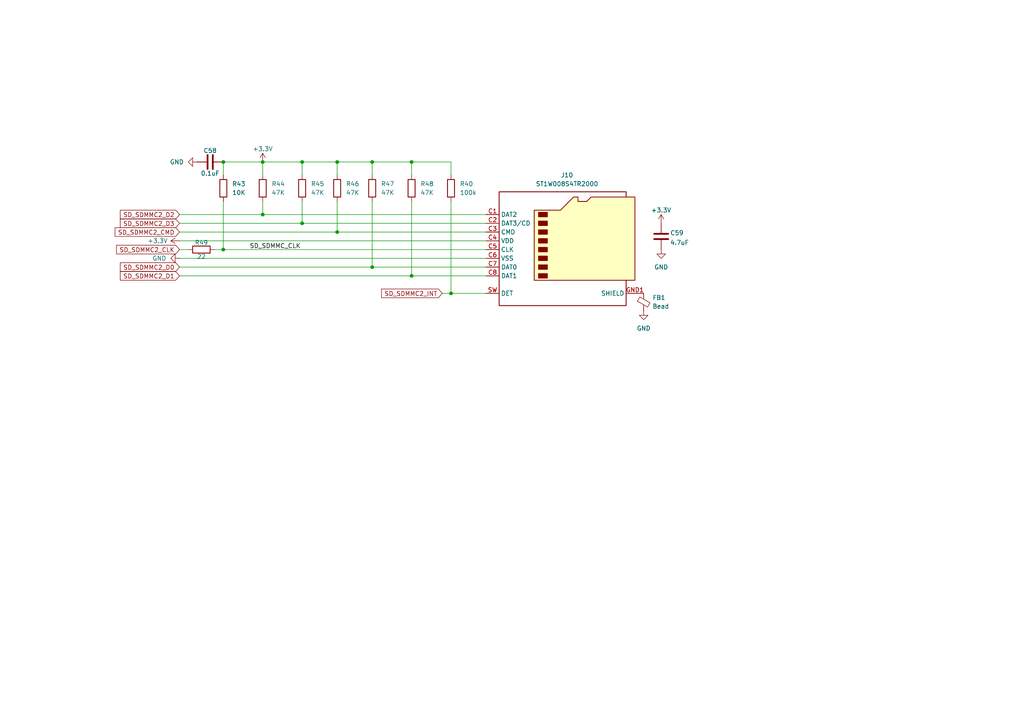
<source format=kicad_sch>
(kicad_sch (version 20250114) (generator "eeschema") (generator_version "9.0")
  (paper "A4")
  (lib_symbols
    (symbol "Device:C" (pin_numbers (hide yes)) (pin_names (offset 0.254))
      (property "Reference" "C" (at 0.635 2.54 0))
      (property "Value" "C" (at 0.635 -2.54 0))
      (symbol "C_0_1"
        (polyline (pts (xy -2.032 0.762) (xy 2.032 0.762)) (stroke (width 0.508)))
        (polyline (pts (xy -2.032 -0.762) (xy 2.032 -0.762)) (stroke (width 0.508)))
      )
      (symbol "C_1_1"
        (pin passive line (at 0 3.81 270) (length 2.794) (name "~") (number "1"))
        (pin passive line (at 0 -3.81 90) (length 2.794) (name "~") (number "2"))
      )
    )
    (symbol "Device:FerriteBead_Small" (pin_numbers (hide yes)) (pin_names (offset 0))
      (property "Reference" "FB" (at 1.905 1.27 0))
      (property "Value" "FerriteBead_Small" (at 1.905 -1.27 0))
      (symbol "FerriteBead_Small_0_1"
        (polyline (pts (xy -1.8288 0.2794) (xy -1.1176 1.4986) (xy 1.8288 -0.2032) (xy 1.1176 -1.4224) (xy -1.8288 0.2794)))
        (polyline (pts (xy 0 0.889) (xy 0 1.2954)))
        (polyline (pts (xy 0 -1.27) (xy 0 -0.7874)))
      )
      (symbol "FerriteBead_Small_1_1"
        (pin passive line (at 0 2.54 270) (length 1.27) (name "~") (number "1"))
        (pin passive line (at 0 -2.54 90) (length 1.27) (name "~") (number "2"))
      )
    )
    (symbol "Device:R" (pin_numbers (hide yes)) (pin_names (offset 0))
      (property "Reference" "R" (at 2.032 0 90))
      (property "Value" "R" (at 0 0 90))
      (symbol "R_0_1"
        (rectangle (start -1.016 -2.54) (end 1.016 2.54) (stroke (width 0.254)))
      )
      (symbol "R_1_1"
        (pin passive line (at 0 3.81 270) (length 1.27) (name "~") (number "1"))
        (pin passive line (at 0 -3.81 90) (length 1.27) (name "~") (number "2"))
      )
    )
    (symbol "MY_Socket:ST1W008S4TR2000"
      (property "Reference" "J" (at 4.826 8.128 0))
      (property "Value" "ST1W008S4TR2000" (at 31.75 -28.448 0))
      (symbol "ST1W008S4TR2000_0_1"
        (polyline (pts (xy 13.97 -19.05) (xy 13.97 1.27) (xy 21.59 1.27) (xy 25.4 5.08) (xy 26.67 5.08) (xy 26.67 3.81) (xy 29.21 3.81) (xy 30.48 5.08) (xy 43.18 5.08) (xy 43.18 -19.05) (xy 13.97 -19.05)) (stroke (width 0.254)) (fill (type background)))
        (rectangle (start 15.24 0.635) (end 17.78 -0.635) (stroke (width 0.254)) (fill (type outline)))
        (rectangle (start 15.24 -1.905) (end 17.78 -3.175) (stroke (width 0.254)) (fill (type outline)))
        (rectangle (start 15.24 -4.445) (end 17.78 -5.715) (stroke (width 0.254)) (fill (type outline)))
        (rectangle (start 15.24 -6.985) (end 17.78 -8.255) (stroke (width 0.254)) (fill (type outline)))
        (rectangle (start 15.24 -9.525) (end 17.78 -10.795) (stroke (width 0.254)) (fill (type outline)))
        (rectangle (start 15.24 -12.065) (end 17.78 -13.335) (stroke (width 0.254)) (fill (type outline)))
        (rectangle (start 15.24 -14.605) (end 17.78 -15.875) (stroke (width 0.254)) (fill (type outline)))
        (rectangle (start 15.24 -17.145) (end 17.78 -18.415) (stroke (width 0.254)) (fill (type outline)))
        (polyline (pts (xy 40.64 5.207) (xy 40.64 6.604) (xy 3.81 6.604) (xy 3.81 -26.416) (xy 40.64 -26.416) (xy 40.64 -19.05)) (stroke (width 0.254)))
      )
      (symbol "ST1W008S4TR2000_1_1"
        (pin bidirectional line (at 0 0 0) (length 3.81) (name "DAT2") (number "C1"))
        (pin bidirectional line (at 0 -2.54 0) (length 3.81) (name "DAT3/CD") (number "C2"))
        (pin input line (at 0 -5.08 0) (length 3.81) (name "CMD") (number "C3"))
        (pin power_in line (at 0 -7.62 0) (length 3.81) (name "VDD") (number "C4"))
        (pin input line (at 0 -10.16 0) (length 3.81) (name "CLK") (number "C5"))
        (pin power_in line (at 0 -12.7 0) (length 3.81) (name "VSS") (number "C6"))
        (pin bidirectional line (at 0 -15.24 0) (length 3.81) (name "DAT0") (number "C7"))
        (pin bidirectional line (at 0 -17.78 0) (length 3.81) (name "DAT1") (number "C8"))
        (pin passive line (at 0 -22.86 0) (length 3.81) (name "DET") (number "SW"))
        (pin passive line (at 45.72 -22.86 180) (length 5.08) (name "SHIELD") (number "GND1"))
        (pin passive line (at 45.72 -22.86 180) (length 5.08) (hide yes) (name "SHIELD") (number "GND2"))
        (pin passive line (at 45.72 -22.86 180) (length 5.08) (hide yes) (name "SHIELD") (number "GND3"))
        (pin passive line (at 45.72 -22.86 180) (length 5.08) (hide yes) (name "SHIELD") (number "GND4"))
      )
    )
    (symbol "power:+3.3V" (power) (pin_numbers (hide yes)) (pin_names (offset 0) (hide yes))
      (property "Value" "+3.3V" (at 0 3.556 0))
      (symbol "+3.3V_0_1"
        (polyline (pts (xy -0.762 1.27) (xy 0 2.54)))
        (polyline (pts (xy 0 2.54) (xy 0.762 1.27)))
        (polyline (pts (xy 0 0) (xy 0 2.54)))
      )
      (symbol "+3.3V_1_1"
        (pin power_in line (at 0 0 90) (length 0) (name "~") (number "1"))
      )
    )
    (symbol "power:GND" (power) (pin_numbers (hide yes)) (pin_names (offset 0) (hide yes))
      (property "Value" "GND" (at 0 -3.81 0))
      (symbol "GND_0_1"
        (polyline (pts (xy 0 0) (xy 0 -1.27) (xy 1.27 -1.27) (xy 0 -2.54) (xy -1.27 -1.27) (xy 0 -1.27)))
      )
      (symbol "GND_1_1"
        (pin power_in line (at 0 0 270) (length 0) (name "~") (number "1"))
      )
    )
  )
  (junction (at 130.81 85.09))
  (junction (at 119.38 80.01))
  (junction (at 107.95 46.99))
  (junction (at 76.2 62.23))
  (junction (at 64.77 46.99))
  (junction (at 107.95 77.47))
  (junction (at 64.77 72.39))
  (junction (at 119.38 46.99))
  (junction (at 76.2 46.99))
  (junction (at 97.79 46.99))
  (junction (at 87.63 64.77))
  (junction (at 87.63 46.99))
  (junction (at 97.79 67.31))
  (wire (pts (xy 97.79 46.99) (xy 97.79 50.8)))
  (wire (pts (xy 130.81 85.09) (xy 128.27 85.09)))
  (wire (pts (xy 107.95 77.47) (xy 140.97 77.47)))
  (wire (pts (xy 52.07 62.23) (xy 76.2 62.23)))
  (wire (pts (xy 64.77 72.39) (xy 140.97 72.39)))
  (wire (pts (xy 52.07 67.31) (xy 97.79 67.31)))
  (wire (pts (xy 107.95 46.99) (xy 107.95 50.8)))
  (wire (pts (xy 130.81 46.99) (xy 130.81 50.8)))
  (wire (pts (xy 140.97 74.93) (xy 52.07 74.93)))
  (wire (pts (xy 52.07 80.01) (xy 119.38 80.01)))
  (wire (pts (xy 140.97 85.09) (xy 130.81 85.09)))
  (wire (pts (xy 107.95 58.42) (xy 107.95 77.47)))
  (wire (pts (xy 87.63 46.99) (xy 87.63 50.8)))
  (wire (pts (xy 87.63 58.42) (xy 87.63 64.77)))
  (wire (pts (xy 64.77 46.99) (xy 76.2 46.99)))
  (wire (pts (xy 64.77 58.42) (xy 64.77 72.39)))
  (wire (pts (xy 64.77 46.99) (xy 64.77 50.8)))
  (wire (pts (xy 52.07 64.77) (xy 87.63 64.77)))
  (wire (pts (xy 119.38 80.01) (xy 140.97 80.01)))
  (wire (pts (xy 76.2 62.23) (xy 140.97 62.23)))
  (wire (pts (xy 97.79 46.99) (xy 107.95 46.99)))
  (wire (pts (xy 119.38 46.99) (xy 130.81 46.99)))
  (wire (pts (xy 119.38 46.99) (xy 119.38 50.8)))
  (wire (pts (xy 87.63 64.77) (xy 140.97 64.77)))
  (wire (pts (xy 76.2 58.42) (xy 76.2 62.23)))
  (wire (pts (xy 76.2 46.99) (xy 87.63 46.99)))
  (wire (pts (xy 52.07 72.39) (xy 54.61 72.39)))
  (wire (pts (xy 97.79 67.31) (xy 140.97 67.31)))
  (wire (pts (xy 76.2 46.99) (xy 76.2 50.8)))
  (wire (pts (xy 62.23 72.39) (xy 64.77 72.39)))
  (wire (pts (xy 97.79 58.42) (xy 97.79 67.31)))
  (wire (pts (xy 130.81 58.42) (xy 130.81 85.09)))
  (wire (pts (xy 140.97 69.85) (xy 52.07 69.85)))
  (wire (pts (xy 107.95 46.99) (xy 119.38 46.99)))
  (wire (pts (xy 52.07 77.47) (xy 107.95 77.47)))
  (wire (pts (xy 87.63 46.99) (xy 97.79 46.99)))
  (wire (pts (xy 119.38 58.42) (xy 119.38 80.01)))
  (label "SD_SDMMC_CLK" (at 72.39 72.39 0))
  (global_label "SD_SDMMC2_D3" (shape input) (at 52.07 64.77 180) (property "Intersheetrefs" "${INTERSHEET_REFS}" (effects (hide yes))))
  (global_label "SD_SDMMC2_CMD" (shape input) (at 52.07 67.31 180) (property "Intersheetrefs" "${INTERSHEET_REFS}" (effects (hide yes))))
  (global_label "SD_SDMMC2_D2" (shape input) (at 52.07 62.23 180) (property "Intersheetrefs" "${INTERSHEET_REFS}" (effects (hide yes))))
  (global_label "SD_SDMMC2_INT" (shape input) (at 128.27 85.09 180) (property "Intersheetrefs" "${INTERSHEET_REFS}" (effects (hide yes))))
  (global_label "SD_SDMMC2_D1" (shape input) (at 52.07 80.01 180) (property "Intersheetrefs" "${INTERSHEET_REFS}" (effects (hide yes))))
  (global_label "SD_SDMMC2_D0" (shape input) (at 52.07 77.47 180) (property "Intersheetrefs" "${INTERSHEET_REFS}" (effects (hide yes))))
  (global_label "SD_SDMMC2_CLK" (shape input) (at 52.07 72.39 180) (property "Intersheetrefs" "${INTERSHEET_REFS}" (effects (hide yes))))
  (symbol (lib_id "Device:R") (at 87.63 54.61 0) (unit 1)
    (property "Reference" "R45" (at 90.17 53.3399 0) (effects (justify left)))
    (property "Value" "47K" (at 90.17 55.8799 0) (effects (justify left)))
    (property "Footprint" "Resistor_SMD:R_0603_1608Metric" (effects (hide yes)))
    (property "Description" "Resistor" (effects (hide yes)))
  )
  (symbol (lib_id "power:GND") (at 52.07 74.93 270) (unit 1)
    (property "Reference" "#PWR0135" (effects (hide yes)))
    (property "Value" "GND" (at 48.26 74.9299 90) (effects (justify right)))
    (property "Description" "Power symbol creates a global label with name \"GND\" , ground" (effects (hide yes)))
  )
  (symbol (lib_id "Device:R") (at 97.79 54.61 0) (unit 1)
    (property "Reference" "R46" (at 100.33 53.3399 0) (effects (justify left)))
    (property "Value" "47K" (at 100.33 55.8799 0) (effects (justify left)))
    (property "Footprint" "Resistor_SMD:R_0603_1608Metric" (effects (hide yes)))
    (property "Description" "Resistor" (effects (hide yes)))
  )
  (symbol (lib_id "power:GND") (at 186.69 90.17 0) (unit 1)
    (property "Reference" "#PWR0131" (effects (hide yes)))
    (property "Value" "GND" (at 186.69 95.25 0))
    (property "Description" "Power symbol creates a global label with name \"GND\" , ground" (effects (hide yes)))
  )
  (symbol (lib_id "MY_Socket:ST1W008S4TR2000") (at 140.97 62.23 0) (unit 1)
    (property "Reference" "J10" (at 164.465 50.8 0))
    (property "Value" "ST1W008S4TR2000" (at 164.465 53.34 0))
    (property "Footprint" "Library:JAE_ST1W008S4TR2000" (effects (hide yes)))
    (property "Datasheet" "https://www.jae.com/direct/topics/topics_file_download/topics_id=68898&ext_no=07&_lang=en" (effects (hide yes)))
  )
  (symbol (lib_id "Device:C") (at 191.77 68.58 0) (mirror x) (unit 1)
    (property "Reference" "C59" (at 196.342 67.564 0))
    (property "Value" "4.7uF" (at 197.104 70.358 0))
    (property "Footprint" "Capacitor_SMD:C_0603_1608Metric" (effects (hide yes)))
    (property "Description" "Unpolarized capacitor" (effects (hide yes)))
  )
  (symbol (lib_id "Device:FerriteBead_Small") (at 186.69 87.63 0) (unit 1)
    (property "Reference" "FB1" (at 189.23 86.3218 0) (effects (justify left)))
    (property "Value" "Bead" (at 189.23 88.8618 0) (effects (justify left)))
    (property "Footprint" "Inductor_SMD:L_0805_2012Metric" (effects (hide yes)))
    (property "Description" "Ferrite bead, small symbol" (effects (hide yes)))
  )
  (symbol (lib_id "Device:R") (at 119.38 54.61 0) (unit 1)
    (property "Reference" "R48" (at 121.92 53.3399 0) (effects (justify left)))
    (property "Value" "47K" (at 121.92 55.8799 0) (effects (justify left)))
    (property "Footprint" "Resistor_SMD:R_0603_1608Metric" (effects (hide yes)))
    (property "Description" "Resistor" (effects (hide yes)))
  )
  (symbol (lib_id "Device:R") (at 76.2 54.61 0) (unit 1)
    (property "Reference" "R44" (at 78.74 53.3399 0) (effects (justify left)))
    (property "Value" "47K" (at 78.74 55.8799 0) (effects (justify left)))
    (property "Footprint" "Resistor_SMD:R_0603_1608Metric" (effects (hide yes)))
    (property "Description" "Resistor" (effects (hide yes)))
  )
  (symbol (lib_id "power:+3.3V") (at 52.07 69.85 90) (unit 1)
    (property "Reference" "#PWR0133" (effects (hide yes)))
    (property "Value" "+3.3V" (at 45.72 69.85 90))
    (property "Description" "Power symbol creates a global label with name \"+3.3V\"" (effects (hide yes)))
  )
  (symbol (lib_id "Device:R") (at 58.42 72.39 90) (unit 1)
    (property "Reference" "R49" (at 58.42 70.358 90))
    (property "Value" "22" (at 58.42 74.422 90))
    (property "Footprint" "Resistor_SMD:R_0402_1005Metric" (effects (hide yes)))
    (property "Description" "Resistor" (effects (hide yes)))
  )
  (symbol (lib_id "Device:R") (at 130.81 54.61 0) (unit 1)
    (property "Reference" "R40" (at 133.35 53.3399 0) (effects (justify left)))
    (property "Value" "100k" (at 133.35 55.8799 0) (effects (justify left)))
    (property "Footprint" "Resistor_SMD:R_0603_1608Metric" (effects (hide yes)))
    (property "Description" "Resistor" (effects (hide yes)))
  )
  (symbol (lib_id "Device:R") (at 107.95 54.61 0) (unit 1)
    (property "Reference" "R47" (at 110.49 53.3399 0) (effects (justify left)))
    (property "Value" "47K" (at 110.49 55.8799 0) (effects (justify left)))
    (property "Footprint" "Resistor_SMD:R_0603_1608Metric" (effects (hide yes)))
    (property "Description" "Resistor" (effects (hide yes)))
  )
  (symbol (lib_id "power:GND") (at 191.77 72.39 0) (mirror y) (unit 1)
    (property "Reference" "#PWR0134" (effects (hide yes)))
    (property "Value" "GND" (at 191.77 77.47 0))
    (property "Description" "Power symbol creates a global label with name \"GND\" , ground" (effects (hide yes)))
  )
  (symbol (lib_id "power:GND") (at 57.15 46.99 270) (unit 1)
    (property "Reference" "#PWR0132" (effects (hide yes)))
    (property "Value" "GND" (at 53.34 46.9899 90) (effects (justify right)))
    (property "Description" "Power symbol creates a global label with name \"GND\" , ground" (effects (hide yes)))
  )
  (symbol (lib_id "Device:R") (at 64.77 54.61 0) (unit 1)
    (property "Reference" "R43" (at 67.31 53.3399 0) (effects (justify left)))
    (property "Value" "10K" (at 67.31 55.8799 0) (effects (justify left)))
    (property "Footprint" "Resistor_SMD:R_0603_1608Metric" (effects (hide yes)))
    (property "Description" "Resistor" (effects (hide yes)))
  )
  (symbol (lib_id "power:+3.3V") (at 76.2 46.99 0) (unit 1)
    (property "Reference" "#PWR0129" (effects (hide yes)))
    (property "Value" "+3.3V" (at 76.2 43.18 0))
    (property "Description" "Power symbol creates a global label with name \"+3.3V\"" (effects (hide yes)))
  )
  (symbol (lib_id "power:+3.3V") (at 191.77 64.77 0) (mirror y) (unit 1)
    (property "Reference" "#PWR0130" (effects (hide yes)))
    (property "Value" "+3.3V" (at 191.77 60.96 0))
    (property "Description" "Power symbol creates a global label with name \"+3.3V\"" (effects (hide yes)))
  )
  (symbol (lib_id "Device:C") (at 60.96 46.99 90) (unit 1)
    (property "Reference" "C58" (at 60.96 43.688 90))
    (property "Value" "0.1uF" (at 60.96 50.292 90))
    (property "Footprint" "Capacitor_SMD:C_0603_1608Metric" (effects (hide yes)))
    (property "Description" "Unpolarized capacitor" (effects (hide yes)))
  )
)
</source>
